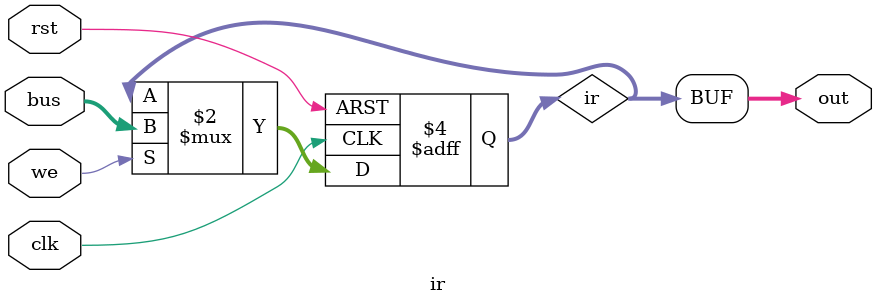
<source format=v>
module ir(
	input clk,
	input rst,
	input we,
	input[7:0] bus,
	output[7:0] out
);

reg[7:0] ir;

always @(posedge clk, posedge rst) begin
	if (rst) begin
		ir <= 8'b0;
	end else if (we) begin
		ir <= bus;
	end
end

assign out = ir;

endmodule


</source>
